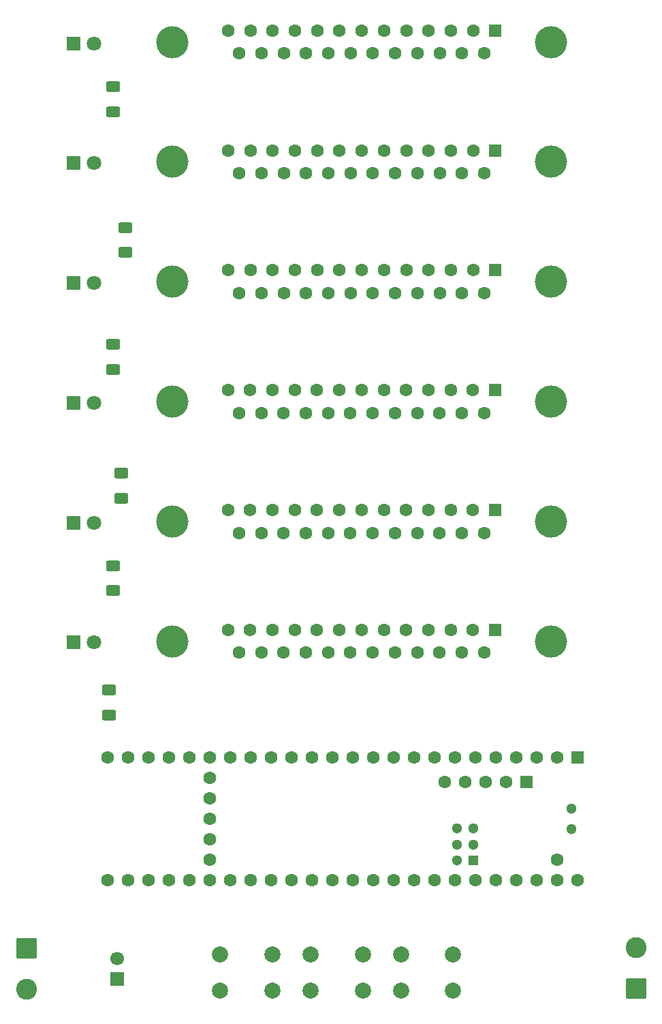
<source format=gbr>
%TF.GenerationSoftware,KiCad,Pcbnew,9.0.5*%
%TF.CreationDate,2025-11-20T14:08:09-05:00*%
%TF.ProjectId,Teensy_MotorShield,5465656e-7379-45f4-9d6f-746f72536869,rev?*%
%TF.SameCoordinates,Original*%
%TF.FileFunction,Soldermask,Top*%
%TF.FilePolarity,Negative*%
%FSLAX46Y46*%
G04 Gerber Fmt 4.6, Leading zero omitted, Abs format (unit mm)*
G04 Created by KiCad (PCBNEW 9.0.5) date 2025-11-20 14:08:09*
%MOMM*%
%LPD*%
G01*
G04 APERTURE LIST*
G04 Aperture macros list*
%AMRoundRect*
0 Rectangle with rounded corners*
0 $1 Rounding radius*
0 $2 $3 $4 $5 $6 $7 $8 $9 X,Y pos of 4 corners*
0 Add a 4 corners polygon primitive as box body*
4,1,4,$2,$3,$4,$5,$6,$7,$8,$9,$2,$3,0*
0 Add four circle primitives for the rounded corners*
1,1,$1+$1,$2,$3*
1,1,$1+$1,$4,$5*
1,1,$1+$1,$6,$7*
1,1,$1+$1,$8,$9*
0 Add four rect primitives between the rounded corners*
20,1,$1+$1,$2,$3,$4,$5,0*
20,1,$1+$1,$4,$5,$6,$7,0*
20,1,$1+$1,$6,$7,$8,$9,0*
20,1,$1+$1,$8,$9,$2,$3,0*%
G04 Aperture macros list end*
%ADD10R,1.800000X1.800000*%
%ADD11C,1.800000*%
%ADD12RoundRect,0.250000X0.625000X-0.400000X0.625000X0.400000X-0.625000X0.400000X-0.625000X-0.400000X0*%
%ADD13RoundRect,0.250000X-0.625000X0.400000X-0.625000X-0.400000X0.625000X-0.400000X0.625000X0.400000X0*%
%ADD14C,2.000000*%
%ADD15C,4.000000*%
%ADD16R,1.600000X1.600000*%
%ADD17C,1.600000*%
%ADD18RoundRect,0.250000X-1.050000X1.050000X-1.050000X-1.050000X1.050000X-1.050000X1.050000X1.050000X0*%
%ADD19C,2.600000*%
%ADD20R,1.300000X1.300000*%
%ADD21C,1.300000*%
%ADD22R,1.700000X1.700000*%
%ADD23C,1.700000*%
%ADD24RoundRect,0.250000X1.050000X-1.050000X1.050000X1.050000X-1.050000X1.050000X-1.050000X-1.050000X0*%
G04 APERTURE END LIST*
D10*
%TO.C,D6*%
X120535000Y-109988961D03*
D11*
X123075000Y-109988961D03*
%TD*%
D10*
%TO.C,D3*%
X120535000Y-65344872D03*
D11*
X123075000Y-65344872D03*
%TD*%
D12*
%TO.C,R1*%
X125500000Y-44050000D03*
X125500000Y-40950000D03*
%TD*%
D13*
%TO.C,R6*%
X125000000Y-115900000D03*
X125000000Y-119000000D03*
%TD*%
%TO.C,R5*%
X125500000Y-100450000D03*
X125500000Y-103550000D03*
%TD*%
D14*
%TO.C,BTN2*%
X150000000Y-148750000D03*
X156500000Y-148750000D03*
X150000000Y-153250000D03*
X156500000Y-153250000D03*
%TD*%
D15*
%TO.C,Axis5*%
X132805000Y-94945452D03*
X179905000Y-94945452D03*
D16*
X172975000Y-93525452D03*
D17*
X170205000Y-93525452D03*
X167435000Y-93525452D03*
X164665000Y-93525452D03*
X161895000Y-93525452D03*
X159125000Y-93525452D03*
X156355000Y-93525452D03*
X153585000Y-93525452D03*
X150815000Y-93525452D03*
X148045000Y-93525452D03*
X145275000Y-93525452D03*
X142505000Y-93525452D03*
X139735000Y-93525452D03*
X171590000Y-96365452D03*
X168820000Y-96365452D03*
X166050000Y-96365452D03*
X163280000Y-96365452D03*
X160510000Y-96365452D03*
X157740000Y-96365452D03*
X154970000Y-96365452D03*
X152200000Y-96365452D03*
X149430000Y-96365452D03*
X146660000Y-96365452D03*
X143890000Y-96365452D03*
X141120000Y-96365452D03*
%TD*%
D14*
%TO.C,BTN3*%
X161250000Y-148750000D03*
X167750000Y-148750000D03*
X161250000Y-153250000D03*
X167750000Y-153250000D03*
%TD*%
D15*
%TO.C,Axis1*%
X132830000Y-35420000D03*
X179930000Y-35420000D03*
D16*
X173000000Y-34000000D03*
D17*
X170230000Y-34000000D03*
X167460000Y-34000000D03*
X164690000Y-34000000D03*
X161920000Y-34000000D03*
X159150000Y-34000000D03*
X156380000Y-34000000D03*
X153610000Y-34000000D03*
X150840000Y-34000000D03*
X148070000Y-34000000D03*
X145300000Y-34000000D03*
X142530000Y-34000000D03*
X139760000Y-34000000D03*
X171615000Y-36840000D03*
X168845000Y-36840000D03*
X166075000Y-36840000D03*
X163305000Y-36840000D03*
X160535000Y-36840000D03*
X157765000Y-36840000D03*
X154995000Y-36840000D03*
X152225000Y-36840000D03*
X149455000Y-36840000D03*
X146685000Y-36840000D03*
X143915000Y-36840000D03*
X141145000Y-36840000D03*
%TD*%
D14*
%TO.C,BTN1*%
X138750000Y-148750000D03*
X145250000Y-148750000D03*
X138750000Y-153250000D03*
X145250000Y-153250000D03*
%TD*%
D18*
%TO.C,J1*%
X114672500Y-147955000D03*
D19*
X114672500Y-153035000D03*
%TD*%
D16*
%TO.C,U1*%
X183200000Y-124260000D03*
D17*
X180660000Y-124260000D03*
X178120000Y-124260000D03*
X175580000Y-124260000D03*
X173040000Y-124260000D03*
X170500000Y-124260000D03*
X167960000Y-124260000D03*
X165420000Y-124260000D03*
X162880000Y-124260000D03*
X160340000Y-124260000D03*
X157800000Y-124260000D03*
X155260000Y-124260000D03*
X152720000Y-124260000D03*
X150180000Y-124260000D03*
X147640000Y-124260000D03*
X145100000Y-124260000D03*
X142560000Y-124260000D03*
X140020000Y-124260000D03*
X137480000Y-124260000D03*
X134940000Y-124260000D03*
X132400000Y-124260000D03*
X129860000Y-124260000D03*
X127320000Y-124260000D03*
X124780000Y-124260000D03*
X124780000Y-139500000D03*
X127320000Y-139500000D03*
X129860000Y-139500000D03*
X132400000Y-139500000D03*
X134940000Y-139500000D03*
X137480000Y-139500000D03*
X140020000Y-139500000D03*
X142560000Y-139500000D03*
X145100000Y-139500000D03*
X147640000Y-139500000D03*
X150180000Y-139500000D03*
X152720000Y-139500000D03*
X155260000Y-139500000D03*
X157800000Y-139500000D03*
X160340000Y-139500000D03*
X162880000Y-139500000D03*
X165420000Y-139500000D03*
X167960000Y-139500000D03*
X170500000Y-139500000D03*
X173040000Y-139500000D03*
X175580000Y-139500000D03*
X178120000Y-139500000D03*
X180660000Y-139500000D03*
X183200000Y-139500000D03*
X180660000Y-136960000D03*
X137480000Y-126800000D03*
X137480000Y-129340000D03*
X137480000Y-131880000D03*
X137480000Y-134420000D03*
X137480000Y-136960000D03*
D16*
X176900800Y-127310800D03*
D17*
X174360800Y-127310800D03*
X171820800Y-127310800D03*
X169280800Y-127310800D03*
X166740800Y-127310800D03*
D20*
X170230000Y-137061600D03*
D21*
X170230000Y-135061600D03*
X170230000Y-133061600D03*
X168230000Y-133061600D03*
X168230000Y-135061600D03*
X168230000Y-137061600D03*
X182470000Y-133150000D03*
X182470000Y-130610000D03*
%TD*%
D10*
%TO.C,D1*%
X120535000Y-35582146D03*
D11*
X123075000Y-35582146D03*
%TD*%
D10*
%TO.C,D5*%
X120535000Y-95107598D03*
D11*
X123075000Y-95107598D03*
%TD*%
D12*
%TO.C,R3*%
X125500000Y-76050000D03*
X125500000Y-72950000D03*
%TD*%
D22*
%TO.C,J2*%
X126000000Y-151775000D03*
D23*
X126000000Y-149235000D03*
%TD*%
D12*
%TO.C,R4*%
X126500000Y-92050000D03*
X126500000Y-88950000D03*
%TD*%
%TO.C,R2*%
X127000000Y-61550000D03*
X127000000Y-58450000D03*
%TD*%
D10*
%TO.C,D2*%
X120535000Y-50463509D03*
D11*
X123075000Y-50463509D03*
%TD*%
D15*
%TO.C,Axis2*%
X132830000Y-50301363D03*
X179930000Y-50301363D03*
D16*
X173000000Y-48881363D03*
D17*
X170230000Y-48881363D03*
X167460000Y-48881363D03*
X164690000Y-48881363D03*
X161920000Y-48881363D03*
X159150000Y-48881363D03*
X156380000Y-48881363D03*
X153610000Y-48881363D03*
X150840000Y-48881363D03*
X148070000Y-48881363D03*
X145300000Y-48881363D03*
X142530000Y-48881363D03*
X139760000Y-48881363D03*
X171615000Y-51721363D03*
X168845000Y-51721363D03*
X166075000Y-51721363D03*
X163305000Y-51721363D03*
X160535000Y-51721363D03*
X157765000Y-51721363D03*
X154995000Y-51721363D03*
X152225000Y-51721363D03*
X149455000Y-51721363D03*
X146685000Y-51721363D03*
X143915000Y-51721363D03*
X141145000Y-51721363D03*
%TD*%
D10*
%TO.C,D4*%
X120535000Y-80226235D03*
D11*
X123075000Y-80226235D03*
%TD*%
D24*
%TO.C,J3*%
X190500000Y-153000000D03*
D19*
X190500000Y-147920000D03*
%TD*%
D15*
%TO.C,Axis6*%
X132805000Y-109826815D03*
X179905000Y-109826815D03*
D16*
X172975000Y-108406815D03*
D17*
X170205000Y-108406815D03*
X167435000Y-108406815D03*
X164665000Y-108406815D03*
X161895000Y-108406815D03*
X159125000Y-108406815D03*
X156355000Y-108406815D03*
X153585000Y-108406815D03*
X150815000Y-108406815D03*
X148045000Y-108406815D03*
X145275000Y-108406815D03*
X142505000Y-108406815D03*
X139735000Y-108406815D03*
X171590000Y-111246815D03*
X168820000Y-111246815D03*
X166050000Y-111246815D03*
X163280000Y-111246815D03*
X160510000Y-111246815D03*
X157740000Y-111246815D03*
X154970000Y-111246815D03*
X152200000Y-111246815D03*
X149430000Y-111246815D03*
X146660000Y-111246815D03*
X143890000Y-111246815D03*
X141120000Y-111246815D03*
%TD*%
D15*
%TO.C,Axis3*%
X132830000Y-65182726D03*
X179930000Y-65182726D03*
D16*
X173000000Y-63762726D03*
D17*
X170230000Y-63762726D03*
X167460000Y-63762726D03*
X164690000Y-63762726D03*
X161920000Y-63762726D03*
X159150000Y-63762726D03*
X156380000Y-63762726D03*
X153610000Y-63762726D03*
X150840000Y-63762726D03*
X148070000Y-63762726D03*
X145300000Y-63762726D03*
X142530000Y-63762726D03*
X139760000Y-63762726D03*
X171615000Y-66602726D03*
X168845000Y-66602726D03*
X166075000Y-66602726D03*
X163305000Y-66602726D03*
X160535000Y-66602726D03*
X157765000Y-66602726D03*
X154995000Y-66602726D03*
X152225000Y-66602726D03*
X149455000Y-66602726D03*
X146685000Y-66602726D03*
X143915000Y-66602726D03*
X141145000Y-66602726D03*
%TD*%
D15*
%TO.C,Axis4*%
X132805000Y-80064089D03*
X179905000Y-80064089D03*
D16*
X172975000Y-78644089D03*
D17*
X170205000Y-78644089D03*
X167435000Y-78644089D03*
X164665000Y-78644089D03*
X161895000Y-78644089D03*
X159125000Y-78644089D03*
X156355000Y-78644089D03*
X153585000Y-78644089D03*
X150815000Y-78644089D03*
X148045000Y-78644089D03*
X145275000Y-78644089D03*
X142505000Y-78644089D03*
X139735000Y-78644089D03*
X171590000Y-81484089D03*
X168820000Y-81484089D03*
X166050000Y-81484089D03*
X163280000Y-81484089D03*
X160510000Y-81484089D03*
X157740000Y-81484089D03*
X154970000Y-81484089D03*
X152200000Y-81484089D03*
X149430000Y-81484089D03*
X146660000Y-81484089D03*
X143890000Y-81484089D03*
X141120000Y-81484089D03*
%TD*%
M02*

</source>
